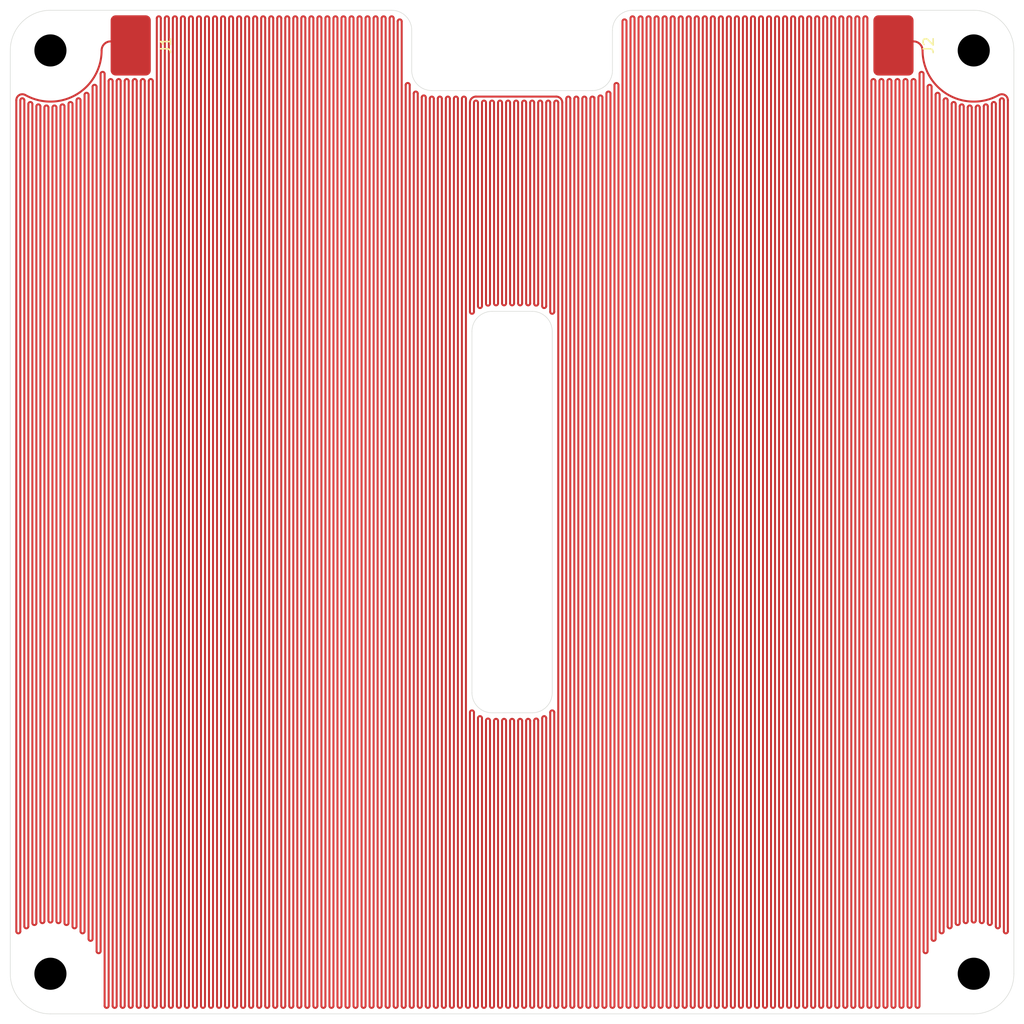
<source format=kicad_pcb>
(kicad_pcb (version 20241229) (generator "pcbnew") (generator_version "9.0")
  (layers (0 "F.Cu" signal) (2 "B.Cu" signal) (13 "F.Paste" user) (15 "B.Paste" user) (5 "F.SilkS" user "F.Silkscreen") (7 "B.SilkS" user "B.Silkscreen") (1 "F.Mask" user) (3 "B.Mask" user) (25 "Edge.Cuts" user))
  (net 0 "")
  (net 1 "Net-(J1-Pin_1)")
  (footprint "blg:MountingHole_3.2mm_M3_NoPad_TopLarge" (layer "F.Cu") (at 151 59)
    (property "Reference" "REF**" (hide yes))
    (property "Value" "MountingHole_3.2mm_M3_NoPad_TopLarge" (hide yes))
  )
  (footprint "Hotplate:SMD_PowerConnection_4x6mm" (layer "F.Cu") (at 143 58.5 -90)
    (property "Reference" "J2")
    (property "Value" "Hotplate_Power_Connection" (hide yes))
  )
  (footprint "blg:MountingHole_3.2mm_M3_NoPad_TopLarge" (layer "F.Cu") (at 59 151)
    (property "Reference" "REF**" (hide yes))
    (property "Value" "MountingHole_3.2mm_M3_NoPad_TopLarge" (hide yes))
  )
  (footprint "blg:MountingHole_3.2mm_M3_NoPad_TopLarge" (layer "F.Cu") (at 151 151)
    (property "Reference" "REF**" (hide yes))
    (property "Value" "MountingHole_3.2mm_M3_NoPad_TopLarge" (hide yes))
  )
  (footprint "Hotplate:SMD_PowerConnection_4x6mm" (layer "F.Cu") (at 67 58.5 -90)
    (property "Reference" "J1")
    (property "Value" "Hotplate_Power_Connection" (hide yes))
  )
  (footprint "blg:MountingHole_3.2mm_M3_NoPad_TopLarge" (layer "F.Cu") (at 59 59)
    (property "Reference" "REF**" (hide yes))
    (property "Value" "MountingHole_3.2mm_M3_NoPad_TopLarge" (hide yes))
  )
  (gr_line (start 109 87) (end 109 123) (stroke (width 0.05)) (layer "Edge.Cuts"))
  (gr_arc (start 101 87) (mid 101.585786 85.585786) (end 103 85) (stroke (width 0.05)) (layer "Edge.Cuts"))
  (gr_arc (start 55 59) (mid 56.171573 56.171573) (end 59 55) (stroke (width 0.05)) (layer "Edge.Cuts"))
  (gr_arc (start 115 61) (mid 114.414214 62.414214) (end 113 63) (stroke (width 0.05)) (layer "Edge.Cuts"))
  (gr_arc (start 109 123) (mid 108.414214 124.414214) (end 107 125) (stroke (width 0.05)) (layer "Edge.Cuts"))
  (gr_line (start 155 59) (end 155 151) (stroke (width 0.05)) (layer "Edge.Cuts"))
  (gr_arc (start 59 155) (mid 56.171573 153.828427) (end 55 151) (stroke (width 0.05)) (layer "Edge.Cuts"))
  (gr_arc (start 93 55) (mid 94.414214 55.585786) (end 95 57) (stroke (width 0.05)) (layer "Edge.Cuts"))
  (gr_arc (start 97 63) (mid 95.585786 62.414214) (end 95 61) (stroke (width 0.05)) (layer "Edge.Cuts"))
  (gr_line (start 59 155) (end 151 155) (stroke (width 0.05)) (layer "Edge.Cuts"))
  (gr_line (start 95 57) (end 95 61) (stroke (width 0.05)) (layer "Edge.Cuts"))
  (gr_arc (start 115 57) (mid 115.585786 55.585786) (end 117 55) (stroke (width 0.05)) (layer "Edge.Cuts"))
  (gr_line (start 55 59) (end 55 151) (stroke (width 0.05)) (layer "Edge.Cuts"))
  (gr_arc (start 155 151) (mid 153.828427 153.828427) (end 151 155) (stroke (width 0.05)) (layer "Edge.Cuts"))
  (gr_line (start 115 57) (end 115 61) (stroke (width 0.05)) (layer "Edge.Cuts"))
  (gr_arc (start 151 55) (mid 153.828427 56.171573) (end 155 59) (stroke (width 0.05)) (layer "Edge.Cuts"))
  (gr_arc (start 103 125) (mid 101.585786 124.414214) (end 101 123) (stroke (width 0.05)) (layer "Edge.Cuts"))
  (gr_line (start 59 55) (end 93 55) (stroke (width 0.05)) (layer "Edge.Cuts"))
  (gr_line (start 101 87) (end 101 123) (stroke (width 0.05)) (layer "Edge.Cuts"))
  (gr_line (start 117 55) (end 151 55) (stroke (width 0.05)) (layer "Edge.Cuts"))
  (gr_line (start 103 85) (end 107 85) (stroke (width 0.05)) (layer "Edge.Cuts"))
  (gr_arc (start 107 85) (mid 108.414214 85.585786) (end 109 87) (stroke (width 0.05)) (layer "Edge.Cuts"))
  (gr_line (start 103 125) (end 107 125) (stroke (width 0.05)) (layer "Edge.Cuts"))
  (gr_line (start 97 63) (end 113 63) (stroke (width 0.05)) (layer "Edge.Cuts"))
  (segment (start 148.8 146.274537) (end 148.8 64.337602) (width 0.2) (layer "F.Cu") (net 1))
  (segment (start 126 55.8) (end 126 154.2) (width 0.2) (layer "F.Cu") (net 1))
  (segment (start 145.6 154.2) (end 145.6 61.334524) (width 0.2) (layer "F.Cu") (net 1))
  (segment (start 118.4 154.2) (end 118.4 55.8) (width 0.2) (layer "F.Cu") (net 1))
  (segment (start 101.6 64.2) (end 101.6 84.470178) (width 0.2) (layer "F.Cu") (net 1))
  (segment (start 106.8 125.8) (end 106.8 154.2) (width 0.2) (layer "F.Cu") (net 1))
  (segment (start 121.2 55.8) (end 121.2 154.2) (width 0.2) (layer "F.Cu") (net 1))
  (segment (start 92.4 55.8) (end 92.4 154.2) (width 0.2) (layer "F.Cu") (net 1))
  (segment (start 142.8 62.05) (end 142.8 154.2) (width 0.2) (layer "F.Cu") (net 1))
  (segment (start 142 62.05) (end 142 154.2) (width 0.2) (layer "F.Cu") (net 1))
  (segment (start 106.4 64.2) (end 106.4 84.2) (width 0.2) (layer "F.Cu") (net 1))
  (segment (start 73.6 154.2) (end 73.6 55.8) (width 0.2) (layer "F.Cu") (net 1))
  (segment (start 150.4 145.760725) (end 150.4 64.685948) (width 0.2) (layer "F.Cu") (net 1))
  (segment (start 56 146.775074) (end 56 63.964877) (width 0.2) (layer "F.Cu") (net 1))
  (segment (start 111.2 154.2) (end 111.2 63.8) (width 0.2) (layer "F.Cu") (net 1))
  (segment (start 84.4 55.8) (end 84.4 154.2) (width 0.2) (layer "F.Cu") (net 1))
  (segment (start 90.8 55.8) (end 90.8 154.2) (width 0.2) (layer "F.Cu") (net 1))
  (segment (start 77.2 55.8) (end 77.2 154.2) (width 0.2) (layer "F.Cu") (net 1))
  (segment (start 104.8 154.2) (end 104.8 125.8) (width 0.2) (layer "F.Cu") (net 1))
  (segment (start 113.2 63.683282) (end 113.2 154.2) (width 0.2) (layer "F.Cu") (net 1))
  (segment (start 108.8 154.2) (end 108.8 124.959592) (width 0.2) (layer "F.Cu") (net 1))
  (segment (start 76.4 55.8) (end 76.4 154.2) (width 0.2) (layer "F.Cu") (net 1))
  (segment (start 111.6 63.8) (end 111.6 154.2) (width 0.2) (layer "F.Cu") (net 1))
  (segment (start 110 64.2) (end 110 154.2) (width 0.2) (layer "F.Cu") (net 1))
  (segment (start 153.6 146.274537) (end 153.6 63.964877) (width 0.2) (layer "F.Cu") (net 1))
  (segment (start 62 63.964877) (end 62 146.775074) (width 0.2) (layer "F.Cu") (net 1))
  (segment (start 68.4 62.05) (end 68.4 154.2) (width 0.2) (layer "F.Cu") (net 1))
  (segment (start 130.8 55.8) (end 130.8 154.2) (width 0.2) (layer "F.Cu") (net 1))
  (segment (start 123.6 55.8) (end 123.6 154.2) (width 0.2) (layer "F.Cu") (net 1))
  (segment (start 57.6 145.947278) (end 57.6 64.572253) (width 0.2) (layer "F.Cu") (net 1))
  (segment (start 72 154.2) (end 72 55.8) (width 0.2) (layer "F.Cu") (net 1))
  (segment (start 122.4 154.2) (end 122.4 55.8) (width 0.2) (layer "F.Cu") (net 1))
  (segment (start 74 55.8) (end 74 154.2) (width 0.2) (layer "F.Cu") (net 1))
  (segment (start 122.8 55.8) (end 122.8 154.2) (width 0.2) (layer "F.Cu") (net 1))
  (segment (start 140.4 55.8) (end 140.4 154.2) (width 0.2) (layer "F.Cu") (net 1))
  (segment (start 129.6 154.2) (end 129.6 55.8) (width 0.2) (layer "F.Cu") (net 1))
  (segment (start 87.6 55.8) (end 87.6 154.2) (width 0.2) (layer "F.Cu") (net 1))
  (segment (start 134.8 55.8) (end 134.8 154.2) (width 0.2) (layer "F.Cu") (net 1))
  (segment (start 146.8 62.623534) (end 146.8 147.522932) (width 0.2) (layer "F.Cu") (net 1))
  (segment (start 61.2 64.337602) (end 61.2 146.274537) (width 0.2) (layer "F.Cu") (net 1))
  (segment (start 99.6 63.8) (end 99.6 154.2) (width 0.2) (layer "F.Cu") (net 1))
  (segment (start 103.6 64.2) (end 103.6 84.2) (width 0.2) (layer "F.Cu") (net 1))
  (segment (start 66.8 62.05) (end 66.8 154.2) (width 0.2) (layer "F.Cu") (net 1))
  (segment (start 138 55.8) (end 138 154.2) (width 0.2) (layer "F.Cu") (net 1))
  (segment (start 86.8 55.8) (end 86.8 154.2) (width 0.2) (layer "F.Cu") (net 1))
  (segment (start 140 154.2) (end 140 55.8) (width 0.2) (layer "F.Cu") (net 1))
  (segment (start 126.4 154.2) (end 126.4 55.8) (width 0.2) (layer "F.Cu") (net 1))
  (segment (start 117.2 55.8) (end 117.2 154.2) (width 0.2) (layer "F.Cu") (net 1))
  (segment (start 58 64.572253) (end 58 145.760725) (width 0.2) (layer "F.Cu") (net 1))
  (segment (start 67.6 62.05) (end 67.6 154.2) (width 0.2) (layer "F.Cu") (net 1))
  (segment (start 109.6 154.2) (end 109.6 64.2) (width 0.2) (layer "F.Cu") (net 1))
  (segment (start 102.4 154.2) (end 102.4 125.771281) (width 0.2) (layer "F.Cu") (net 1))
  (segment (start 128.4 55.8) (end 128.4 154.2) (width 0.2) (layer "F.Cu") (net 1))
  (segment (start 135.6 55.8) (end 135.6 154.2) (width 0.2) (layer "F.Cu") (net 1))
  (segment (start 60 145.760725) (end 60 64.572253) (width 0.2) (layer "F.Cu") (net 1))
  (segment (start 119.2 154.2) (end 119.2 55.8) (width 0.2) (layer "F.Cu") (net 1))
  (segment (start 104 154.2) (end 104 125.8) (width 0.2) (layer "F.Cu") (net 1))
  (segment (start 77.6 154.2) (end 77.6 55.8) (width 0.2) (layer "F.Cu") (net 1))
  (segment (start 64.4 61.334524) (end 64.4 154.2) (width 0.2) (layer "F.Cu") (net 1))
  (segment (start 63.2 147.522932) (end 63.2 62.623534) (width 0.2) (layer "F.Cu") (net 1))
  (segment (start 93.6 154.2) (end 93.6 56.105573) (width 0.2) (layer "F.Cu") (net 1))
  (segment (start 65.6 154.2) (end 65.6 62.05) (width 0.2) (layer "F.Cu") (net 1))
  (segment (start 149.2 64.337602) (end 149.2 145.947278) (width 0.2) (layer "F.Cu") (net 1))
  (segment (start 89.2 55.8) (end 89.2 154.2) (width 0.2) (layer "F.Cu") (net 1))
  (segment (start 62.8 63.419276) (end 62.8 147.522932) (width 0.2) (layer "F.Cu") (net 1))
  (segment (start 103.2 154.2) (end 103.2 125.8) (width 0.2) (layer "F.Cu") (net 1))
  (segment (start 153.2 64.337602) (end 153.2 146.274537) (width 0.2) (layer "F.Cu") (net 1))
  (segment (start 146 61.334524) (end 146 148.75278) (width 0.2) (layer "F.Cu") (net 1))
  (segment (start 101.2 64.2) (end 101.2 85.040408) (width 0.2) (layer "F.Cu") (net 1))
  (segment (start 134 55.8) (end 134 154.2) (width 0.2) (layer "F.Cu") (net 1))
  (segment (start 144.4 62.05) (end 144.4 154.2) (width 0.2) (layer "F.Cu") (net 1))
  (segment (start 124 154.2) (end 124 55.8) (width 0.2) (layer "F.Cu") (net 1))
  (segment (start 59.2 145.7) (end 59.2 64.685948) (width 0.2) (layer "F.Cu") (net 1))
  (segment (start 149.6 145.947278) (end 149.6 64.572253) (width 0.2) (layer "F.Cu") (net 1))
  (segment (start 102.4 64.2) (end 102.4 84.228719) (width 0.2) (layer "F.Cu") (net 1))
  (segment (start 66.4 154.2) (end 66.4 62.05) (width 0.2) (layer "F.Cu") (net 1))
  (segment (start 141.2 62.05) (end 141.2 154.2) (width 0.2) (layer "F.Cu") (net 1))
  (segment (start 102.8 64.2) (end 102.8 84.228719) (width 0.2) (layer "F.Cu") (net 1))
  (segment (start 82 55.8) (end 82 154.2) (width 0.2) (layer "F.Cu") (net 1))
  (segment (start 132.8 154.2) (end 132.8 55.8) (width 0.2) (layer "F.Cu") (net 1))
  (segment (start 112 154.2) (end 112 63.8) (width 0.2) (layer "F.Cu") (net 1))
  (segment (start 131.6 55.8) (end 131.6 154.2) (width 0.2) (layer "F.Cu") (net 1))
  (segment (start 154 63.964877) (end 154 146.775074) (width 0.2) (layer "F.Cu") (net 1))
  (segment (start 106.4 154.2) (end 106.4 125.8) (width 0.2) (layer "F.Cu") (net 1))
  (segment (start 88.8 154.2) (end 88.8 55.8) (width 0.2) (layer "F.Cu") (net 1))
  (segment (start 121.6 154.2) (end 121.6 55.8) (width 0.2) (layer "F.Cu") (net 1))
  (segment (start 60.8 145.947278) (end 60.8 64.337602) (width 0.2) (layer "F.Cu") (net 1))
  (segment (start 104.8 64.2) (end 104.8 84.2) (width 0.2) (layer "F.Cu") (net 1))
  (segment (start 90.4 154.2) (end 90.4 55.8) (width 0.2) (layer "F.Cu") (net 1))
  (segment (start 108.4 125.529822) (end 108.4 154.2) (width 0.2) (layer "F.Cu") (net 1))
  (segment (start 105.6 64.2) (end 105.6 84.2) (width 0.2) (layer "F.Cu") (net 1))
  (segment (start 147.2 147.522932) (end 147.2 63.419276) (width 0.2) (layer "F.Cu") (net 1))
  (segment (start 97.2 63.8) (end 97.2 154.2) (width 0.2) (layer "F.Cu") (net 1))
  (segment (start 136.8 154.2) (end 136.8 55.8) (width 0.2) (layer "F.Cu") (net 1))
  (segment (start 92 154.2) (end 92 55.8) (width 0.2) (layer "F.Cu") (net 1))
  (segment (start 146.4 148.75278) (end 146.4 62.623534) (width 0.2) (layer "F.Cu") (net 1))
  (segment (start 114.4 154.2) (end 114.4 63.297825) (width 0.2) (layer "F.Cu") (net 1))
  (segment (start 119.6 55.8) (end 119.6 154.2) (width 0.2) (layer "F.Cu") (net 1))
  (segment (start 88.4 55.8) (end 88.4 154.2) (width 0.2) (layer "F.Cu") (net 1))
  (segment (start 62.4 146.775074) (end 62.4 63.419276) (width 0.2) (layer "F.Cu") (net 1))
  (segment (start 89.6 154.2) (end 89.6 55.8) (width 0.2) (layer "F.Cu") (net 1))
  (segment (start 84 154.2) (end 84 55.8) (width 0.2) (layer "F.Cu") (net 1))
  (segment (start 118.8 55.8) (end 118.8 154.2) (width 0.2) (layer "F.Cu") (net 1))
  (segment (start 114.8 63.297825) (end 114.8 154.2) (width 0.2) (layer "F.Cu") (net 1))
  (segment (start 91.6 55.8) (end 91.6 154.2) (width 0.2) (layer "F.Cu") (net 1))
  (segment (start 81.2 55.8) (end 81.2 154.2) (width 0.2) (layer "F.Cu") (net 1))
  (segment (start 76.8 154.2) (end 76.8 55.8) (width 0.2) (layer "F.Cu") (net 1))
  (segment (start 148.4 63.964877) (end 148.4 146.274537) (width 0.2) (layer "F.Cu") (net 1))
  (segment (start 116 154.2) (end 116 56.105573) (width 0.2) (layer "F.Cu") (net 1))
  (segment (start 138.8 55.8) (end 138.8 154.2) (width 0.2) (layer "F.Cu") (net 1))
  (segment (start 83.6 55.8) (end 83.6 154.2) (width 0.2) (layer "F.Cu") (net 1))
  (segment (start 96.4 63.683282) (end 96.4 154.2) (width 0.2) (layer "F.Cu") (net 1))
  (segment (start 112.8 154.2) (end 112.8 63.8) (width 0.2) (layer "F.Cu") (net 1))
  (segment (start 120.8 154.2) (end 120.8 55.8) (width 0.2) (layer "F.Cu") (net 1))
  (segment (start 115.2 154.2) (end 115.2 62.442221) (width 0.2) (layer "F.Cu") (net 1))
  (segment (start 142.4 154.2) (end 142.4 62.05) (width 0.2) (layer "F.Cu") (net 1))
  (segment (start 152 145.760725) (end 152 64.572253) (width 0.2) (layer "F.Cu") (net 1))
  (segment (start 133.2 55.8) (end 133.2 154.2) (width 0.2) (layer "F.Cu") (net 1))
  (segment (start 136 154.2) (end 136 55.8) (width 0.2) (layer "F.Cu") (net 1))
  (segment (start 117.6 154.2) (end 117.6 55.8) (width 0.2) (layer "F.Cu") (net 1))
  (segment (start 104.4 125.8) (end 104.4 154.2) (width 0.2) (layer "F.Cu") (net 1))
  (segment (start 66 62.05) (end 66 154.2) (width 0.2) (layer "F.Cu") (net 1))
  (segment (start 92.8 154.2) (end 92.8 55.8) (width 0.2) (layer "F.Cu") (net 1))
  (segment (start 108 154.2) (end 108 125.529822) (width 0.2) (layer "F.Cu") (net 1))
  (segment (start 140.8 154.2) (end 140.8 62.05) (width 0.2) (layer "F.Cu") (net 1))
  (segment (start 78.8 55.8) (end 78.8 154.2) (width 0.2) (layer "F.Cu") (net 1))
  (segment (start 114 63.683282) (end 114 154.2) (width 0.2) (layer "F.Cu") (net 1))
  (segment (start 128.8 154.2) (end 128.8 55.8) (width 0.2) (layer "F.Cu") (net 1))
  (segment (start 104.4 64.2) (end 104.4 84.2) (width 0.2) (layer "F.Cu") (net 1))
  (segment (start 124.4 55.8) (end 124.4 154.2) (width 0.2) (layer "F.Cu") (net 1))
  (segment (start 120 154.2) (end 120 55.8) (width 0.2) (layer "F.Cu") (net 1))
  (segment (start 88 154.2) (end 88 55.8) (width 0.2) (layer "F.Cu") (net 1))
  (segment (start 109.2 124.959592) (end 109.2 154.2) (width 0.2) (layer "F.Cu") (net 1))
  (segment (start 85.2 55.8) (end 85.2 154.2) (width 0.2) (layer "F.Cu") (net 1))
  (segment (start 120.4 55.8) (end 120.4 154.2) (width 0.2) (layer "F.Cu") (net 1))
  (segment (start 137.6 154.2) (end 137.6 55.8) (width 0.2) (layer "F.Cu") (net 1))
  (segment (start 102.8 125.771281) (end 102.8 154.2) (width 0.2) (layer "F.Cu") (net 1))
  (segment (start 58.8 64.685948) (end 58.8 145.7) (width 0.2) (layer "F.Cu") (net 1))
  (segment (start 110.8 63.8) (end 110.8 154.2) (width 0.2) (layer "F.Cu") (net 1))
  (segment (start 98 63.8) (end 98 154.2) (width 0.2) (layer "F.Cu") (net 1))
  (segment (start 100.8 154.2) (end 100.8 124.959592) (width 0.2) (layer "F.Cu") (net 1))
  (segment (start 101.2 124.959592) (end 101.2 154.2) (width 0.2) (layer "F.Cu") (net 1))
  (segment (start 148 146.775074) (end 148 63.964877) (width 0.2) (layer "F.Cu") (net 1))
  (segment (start 85.6 154.2) (end 85.6 55.8) (width 0.2) (layer "F.Cu") (net 1))
  (segment (start 75.6 55.8) (end 75.6 154.2) (width 0.2) (layer "F.Cu") (net 1))
  (segment (start 108 64.2) (end 108 84.470178) (width 0.2) (layer "F.Cu") (net 1))
  (segment (start 79.2 154.2) (end 79.2 55.8) (width 0.2) (layer "F.Cu") (net 1))
  (segment (start 64 148.75278) (end 64 61.334524) (width 0.2) (layer "F.Cu") (net 1))
  (segment (start 82.4 154.2) (end 82.4 55.8) (width 0.2) (layer "F.Cu") (net 1))
  (segment (start 122 55.8) (end 122 154.2) (width 0.2) (layer "F.Cu") (net 1))
  (segment (start 134.4 154.2) (end 134.4 55.8) (width 0.2) (layer "F.Cu") (net 1))
  (segment (start 100.4 63.8) (end 100.4 154.2) (width 0.2) (layer "F.Cu") (net 1))
  (segment (start 71.6 55.8) (end 71.6 154.2) (width 0.2) (layer "F.Cu") (net 1))
  (segment (start 103.6 125.8) (end 103.6 154.2) (width 0.2) (layer "F.Cu") (net 1))
  (segment (start 59.6 64.685948) (end 59.6 145.760725) (width 0.2) (layer "F.Cu") (net 1))
  (segment (start 139.2 154.2) (end 139.2 55.8) (width 0.2) (layer "F.Cu") (net 1))
  (segment (start 69.2 62.05) (end 69.2 154.2) (width 0.2) (layer "F.Cu") (net 1))
  (segment (start 150.8 64.685948) (end 150.8 145.7) (width 0.2) (layer "F.Cu") (net 1))
  (segment (start 98.8 63.8) (end 98.8 154.2) (width 0.2) (layer "F.Cu") (net 1))
  (segment (start 95.2 154.2) (end 95.2 63.297825) (width 0.2) (layer "F.Cu") (net 1))
  (segment (start 143.6 62.05) (end 143.6 154.2) (width 0.2) (layer "F.Cu") (net 1))
  (segment (start 106 64.2) (end 106 84.2) (width 0.2) (layer "F.Cu") (net 1))
  (segment (start 130.4 154.2) (end 130.4 55.8) (width 0.2) (layer "F.Cu") (net 1))
  (segment (start 68.8 154.2) (end 68.8 62.05) (width 0.2) (layer "F.Cu") (net 1))
  (segment (start 100 154.2) (end 100 63.8) (width 0.2) (layer "F.Cu") (net 1))
  (segment (start 87.2 154.2) (end 87.2 55.8) (width 0.2) (layer "F.Cu") (net 1))
  (segment (start 80 154.2) (end 80 55.8) (width 0.2) (layer "F.Cu") (net 1))
  (segment (start 104 64.2) (end 104 84.2) (width 0.2) (layer "F.Cu") (net 1))
  (segment (start 125.6 154.2) (end 125.6 55.8) (width 0.2) (layer "F.Cu") (net 1))
  (segment (start 128 154.2) (end 128 55.8) (width 0.2) (layer "F.Cu") (net 1))
  (segment (start 78.4 154.2) (end 78.4 55.8) (width 0.2) (layer "F.Cu") (net 1))
  (segment (start 152.8 145.947278) (end 152.8 64.337602) (width 0.2) (layer "F.Cu") (net 1))
  (segment (start 127.6 55.8) (end 127.6 154.2) (width 0.2) (layer "F.Cu") (net 1))
  (segment (start 107.2 154.2) (end 107.2 125.771281) (width 0.2) (layer "F.Cu") (net 1))
  (segment (start 72.8 154.2) (end 72.8 55.8) (width 0.2) (layer "F.Cu") (net 1))
  (segment (start 56.8 146.274537) (end 56.8 64.337602) (width 0.2) (layer "F.Cu") (net 1))
  (segment (start 133.6 154.2) (end 133.6 55.8) (width 0.2) (layer "F.Cu") (net 1))
  (segment (start 100.8 64.2) (end 100.8 85.040408) (width 0.2) (layer "F.Cu") (net 1))
  (segment (start 80.4 55.8) (end 80.4 154.2) (width 0.2) (layer "F.Cu") (net 1))
  (segment (start 70.4 154.2) (end 70.4 55.8) (width 0.2) (layer "F.Cu") (net 1))
  (segment (start 107.6 64.2) (end 107.6 84.228719) (width 0.2) (layer "F.Cu") (net 1))
  (segment (start 57.2 64.337602) (end 57.2 145.947278) (width 0.2) (layer "F.Cu") (net 1))
  (segment (start 93.2 55.8) (end 93.2 154.2) (width 0.2) (layer "F.Cu") (net 1))
  (segment (start 72.4 55.8) (end 72.4 154.2) (width 0.2) (layer "F.Cu") (net 1))
  (segment (start 147.6 63.419276) (end 147.6 146.775074) (width 0.2) (layer "F.Cu") (net 1))
  (segment (start 135.2 154.2) (end 135.2 55.8) (width 0.2) (layer "F.Cu") (net 1))
  (segment (start 108.8 64.2) (end 108.8 85.040408) (width 0.2) (layer "F.Cu") (net 1))
  (segment (start 123.2 154.2) (end 123.2 55.8) (width 0.2) (layer "F.Cu") (net 1))
  (segment (start 103.2 64.2) (end 103.2 84.2) (width 0.2) (layer "F.Cu") (net 1))
  (segment (start 125.2 55.8) (end 125.2 154.2) (width 0.2) (layer "F.Cu") (net 1))
  (segment (start 108.4 64.2) (end 108.4 84.470178) (width 0.2) (layer "F.Cu") (net 1))
  (segment (start 94.8 62.442221) (end 94.8 154.2) (width 0.2) (layer "F.Cu") (net 1))
  (segment (start 98.4 154.2) (end 98.4 63.8) (width 0.2) (layer "F.Cu") (net 1))
  (segment (start 105.6 154.2) (end 105.6 125.8) (width 0.2) (layer "F.Cu") (net 1))
  (segment (start 70 55.8) (end 70 154.2) (width 0.2) (layer "F.Cu") (net 1))
  (segment (start 124.8 154.2) (end 124.8 55.8) (width 0.2) (layer "F.Cu") (net 1))
  (segment (start 75.2 154.2) (end 75.2 55.8) (width 0.2) (layer "F.Cu") (net 1))
  (segment (start 102 125.529822) (end 102 154.2) (width 0.2) (layer "F.Cu") (net 1))
  (segment (start 127.2 154.2) (end 127.2 55.8) (width 0.2) (layer "F.Cu") (net 1))
  (segment (start 144.8 154.2) (end 144.8 62.05) (width 0.2) (layer "F.Cu") (net 1))
  (segment (start 130 55.8) (end 130 154.2) (width 0.2) (layer "F.Cu") (net 1))
  (segment (start 107.6 125.771281) (end 107.6 154.2) (width 0.2) (layer "F.Cu") (net 1))
  (segment (start 68 154.2) (end 68 62.05) (width 0.2) (layer "F.Cu") (net 1))
  (segment (start 86 55.8) (end 86 154.2) (width 0.2) (layer "F.Cu") (net 1))
  (segment (start 76 154.2) (end 76 55.8) (width 0.2) (layer "F.Cu") (net 1))
  (segment (start 141.6 154.2) (end 141.6 62.05) (width 0.2) (layer "F.Cu") (net 1))
  (segment (start 60.4 64.572253) (end 60.4 145.947278) (width 0.2) (layer "F.Cu") (net 1))
  (segment (start 56.4 63.964877) (end 56.4 146.274537) (width 0.2) (layer "F.Cu") (net 1))
  (segment (start 139.6 55.8) (end 139.6 154.2) (width 0.2) (layer "F.Cu") (net 1))
  (segment (start 81.6 154.2) (end 81.6 55.8) (width 0.2) (layer "F.Cu") (net 1))
  (segment (start 61.6 146.274537) (end 61.6 63.964877) (width 0.2) (layer "F.Cu") (net 1))
  (segment (start 144 154.2) (end 144 62.05) (width 0.2) (layer "F.Cu") (net 1))
  (segment (start 64.8 154.2) (end 64.8 62.05) (width 0.2) (layer "F.Cu") (net 1))
  (segment (start 86.4 154.2) (end 86.4 55.8) (width 0.2) (layer "F.Cu") (net 1))
  (segment (start 113.6 154.2) (end 113.6 63.683282) (width 0.2) (layer "F.Cu") (net 1))
  (segment (start 138.4 154.2) (end 138.4 55.8) (width 0.2) (layer "F.Cu") (net 1))
  (segment (start 143.2 154.2) (end 143.2 62.05) (width 0.2) (layer "F.Cu") (net 1))
  (segment (start 79.6 55.8) (end 79.6 154.2) (width 0.2) (layer "F.Cu") (net 1))
  (segment (start 70.8 55.8) (end 70.8 154.2) (width 0.2) (layer "F.Cu") (net 1))
  (segment (start 116.4 56.105573) (end 116.4 154.2) (width 0.2) (layer "F.Cu") (net 1))
  (segment (start 65.2 62.05) (end 65.2 154.2) (width 0.2) (layer "F.Cu") (net 1))
  (segment (start 105.2 125.8) (end 105.2 154.2) (width 0.2) (layer "F.Cu") (net 1))
  (segment (start 67.2 154.2) (end 67.2 62.05) (width 0.2) (layer "F.Cu") (net 1))
  (segment (start 91.2 154.2) (end 91.2 55.8) (width 0.2) (layer "F.Cu") (net 1))
  (segment (start 95.6 63.297825) (end 95.6 154.2) (width 0.2) (layer "F.Cu") (net 1))
  (segment (start 55.6 63.964877) (end 55.6 146.775074) (width 0.2) (layer "F.Cu") (net 1))
  (segment (start 74.8 55.8) (end 74.8 154.2) (width 0.2) (layer "F.Cu") (net 1))
  (segment (start 58.4 145.760725) (end 58.4 64.685948) (width 0.2) (layer "F.Cu") (net 1))
  (segment (start 126.8 55.8) (end 126.8 154.2) (width 0.2) (layer "F.Cu") (net 1))
  (segment (start 105.2 64.2) (end 105.2 84.2) (width 0.2) (layer "F.Cu") (net 1))
  (segment (start 82.8 55.8) (end 82.8 154.2) (width 0.2) (layer "F.Cu") (net 1))
  (segment (start 145.2 62.05) (end 145.2 154.2) (width 0.2) (layer "F.Cu") (net 1))
  (segment (start 152.4 64.572253) (end 152.4 145.947278) (width 0.2) (layer "F.Cu") (net 1))
  (segment (start 151.2 145.7) (end 151.2 64.685948) (width 0.2) (layer "F.Cu") (net 1))
  (segment (start 150 64.572253) (end 150 145.760725) (width 0.2) (layer "F.Cu") (net 1))
  (segment (start 94.4 154.2) (end 94.4 62.442221) (width 0.2) (layer "F.Cu") (net 1))
  (segment (start 137.2 55.8) (end 137.2 154.2) (width 0.2) (layer "F.Cu") (net 1))
  (segment (start 90 55.8) (end 90 154.2) (width 0.2) (layer "F.Cu") (net 1))
  (segment (start 106.8 64.2) (end 106.8 84.2) (width 0.2) (layer "F.Cu") (net 1))
  (segment (start 74.4 154.2) (end 74.4 55.8) (width 0.2) (layer "F.Cu") (net 1))
  (segment (start 80.8 154.2) (end 80.8 55.8) (width 0.2) (layer "F.Cu") (net 1))
  (segment (start 110.4 154.2) (end 110.4 63.8) (width 0.2) (layer "F.Cu") (net 1))
  (segment (start 69.6 154.2) (end 69.6 55.8) (width 0.2) (layer "F.Cu") (net 1))
  (segment (start 73.2 55.8) (end 73.2 154.2) (width 0.2) (layer "F.Cu") (net 1))
  (segment (start 84.8 154.2) (end 84.8 55.8) (width 0.2) (layer "F.Cu") (net 1))
  (segment (start 132.4 55.8) (end 132.4 154.2) (width 0.2) (layer "F.Cu") (net 1))
  (segment (start 94 56.105573) (end 94 154.2) (width 0.2) (layer "F.Cu") (net 1))
  (segment (start 132 154.2) (end 132 55.8) (width 0.2) (layer "F.Cu") (net 1))
  (segment (start 112.4 63.8) (end 112.4 154.2) (width 0.2) (layer "F.Cu") (net 1))
  (segment (start 115.6 62.442221) (end 115.6 154.2) (width 0.2) (layer "F.Cu") (net 1))
  (segment (start 106 125.8) (end 106 154.2) (width 0.2) (layer "F.Cu") (net 1))
  (segment (start 96 154.2) (end 96 63.683282) (width 0.2) (layer "F.Cu") (net 1))
  (segment (start 107.2 64.2) (end 107.2 84.228719) (width 0.2) (layer "F.Cu") (net 1))
  (segment (start 136.4 55.8) (end 136.4 154.2) (width 0.2) (layer "F.Cu") (net 1))
  (segment (start 129.2 55.8) (end 129.2 154.2) (width 0.2) (layer "F.Cu") (net 1))
  (segment (start 97.6 154.2) (end 97.6 63.8) (width 0.2) (layer "F.Cu") (net 1))
  (segment (start 99.2 154.2) (end 99.2 63.8) (width 0.2) (layer "F.Cu") (net 1))
  (segment (start 102 64.2) (end 102 84.470178) (width 0.2) (layer "F.Cu") (net 1))
  (segment (start 118 55.8) (end 118 154.2) (width 0.2) (layer "F.Cu") (net 1))
  (segment (start 78 55.8) (end 78 154.2) (width 0.2) (layer "F.Cu") (net 1))
  (segment (start 154.4 146.775074) (end 154.4 63.964877) (width 0.2) (layer "F.Cu") (net 1))
  (segment (start 63.6 62.623534) (end 63.6 148.75278) (width 0.2) (layer "F.Cu") (net 1))
  (segment (start 131.2 154.2) (end 131.2 55.8) (width 0.2) (layer "F.Cu") (net 1))
  (segment (start 71.2 154.2) (end 71.2 55.8) (width 0.2) (layer "F.Cu") (net 1))
  (segment (start 101.4 63.6) (end 109.4 63.6) (width 0.2) (layer "F.Cu") (net 1))
  (segment (start 96.8 154.2) (end 96.8 63.8) (width 0.2) (layer "F.Cu") (net 1))
  (segment (start 116.8 154.2) (end 116.8 55.8) (width 0.2) (layer "F.Cu") (net 1))
  (segment (start 109.2 64.2) (end 109.2 85.040408) (width 0.2) (layer "F.Cu") (net 1))
  (segment (start 151.6 64.685948) (end 151.6 145.760725) (width 0.2) (layer "F.Cu") (net 1))
  (segment (start 83.2 154.2) (end 83.2 55.8) (width 0.2) (layer "F.Cu") (net 1))
  (segment (start 101.6 154.2) (end 101.6 125.529822) (width 0.2) (layer "F.Cu") (net 1))
  (arc (start 91.6 154.2) (mid 91.8 154.4) (end 92 154.2) (width 0.2) (layer "F.Cu") (net 1))
  (arc (start 114.4 63.297825) (mid 114.6 63.097825) (end 114.8 63.297825) (width 0.2) (layer "F.Cu") (net 1))
  (arc (start 90.4 55.8) (mid 90.6 55.6) (end 90.8 55.8) (width 0.2) (layer "F.Cu") (net 1))
  (arc (start 149.2 145.947278) (mid 149.4 146.147278) (end 149.6 145.947278) (width 0.2) (layer "F.Cu") (net 1))
  (arc (start 146.4 62.623534) (mid 146.6 62.423534) (end 146.8 62.623534) (width 0.2) (layer "F.Cu") (net 1))
  (arc (start 140.4 154.2) (mid 140.6 154.4) (end 140.8 154.2) (width 0.2) (layer "F.Cu") (net 1))
  (arc (start 112.4 154.2) (mid 112.6 154.4) (end 112.8 154.2) (width 0.2) (layer "F.Cu") (net 1))
  (arc (start 85.2 154.2) (mid 85.4 154.4) (end 85.6 154.2) (width 0.2) (layer "F.Cu") (net 1))
  (arc (start 69.2 154.2) (mid 69.4 154.4) (end 69.6 154.2) (width 0.2) (layer "F.Cu") (net 1))
  (arc (start 64.4 154.2) (mid 64.6 154.4) (end 64.8 154.2) (width 0.2) (layer "F.Cu") (net 1))
  (arc (start 73.2 154.2) (mid 73.4 154.4) (end 73.6 154.2) (width 0.2) (layer "F.Cu") (net 1))
  (arc (start 111.6 154.2) (mid 111.8 154.4) (end 112 154.2) (width 0.2) (layer "F.Cu") (net 1))
  (arc (start 104.4 84.2) (mid 104.2 84.4) (end 104 84.2) (width 0.2) (layer "F.Cu") (net 1))
  (arc (start 128 55.8) (mid 128.2 55.6) (end 128.4 55.8) (width 0.2) (layer "F.Cu") (net 1))
  (arc (start 103.6 84.2) (mid 103.4 84.4) (end 103.2 84.2) (width 0.2) (layer "F.Cu") (net 1))
  (arc (start 137.6 55.8) (mid 137.8 55.6) (end 138 55.8) (width 0.2) (layer "F.Cu") (net 1))
  (arc (start 124 55.8) (mid 124.2 55.6) (end 124.4 55.8) (width 0.2) (layer "F.Cu") (net 1))
  (arc (start 120.8 55.8) (mid 121 55.6) (end 121.2 55.8) (width 0.2) (layer "F.Cu") (net 1))
  (arc (start 100.4 154.2) (mid 100.6 154.4) (end 100.8 154.2) (width 0.2) (layer "F.Cu") (net 1))
  (arc (start 82.4 55.8) (mid 82.6 55.6) (end 82.8 55.8) (width 0.2) (layer "F.Cu") (net 1))
  (arc (start 107.2 125.771281) (mid 107.4 125.571281) (end 107.6 125.771281) (width 0.2) (layer "F.Cu") (net 1))
  (arc (start 105.2 84.2) (mid 105 84.4) (end 104.8 84.2) (width 0.2) (layer "F.Cu") (net 1))
  (arc (start 98.4 63.8) (mid 98.6 63.6) (end 98.8 63.8) (width 0.2) (layer "F.Cu") (net 1))
  (arc (start 134 154.2) (mid 134.2 154.4) (end 134.4 154.2) (width 0.2) (layer "F.Cu") (net 1))
  (arc (start 150.8 145.7) (mid 151 145.9) (end 151.2 145.7) (width 0.2) (layer "F.Cu") (net 1))
  (arc (start 122.4 55.8) (mid 122.6 55.6) (end 122.8 55.8) (width 0.2) (layer "F.Cu") (net 1))
  (arc (start 82.8 154.2) (mid 83 154.4) (end 83.2 154.2) (width 0.2) (layer "F.Cu") (net 1))
  (arc (start 118.4 55.8) (mid 118.6 55.6) (end 118.8 55.8) (width 0.2) (layer "F.Cu") (net 1))
  (arc (start 121.2 154.2) (mid 121.4 154.4) (end 121.6 154.2) (width 0.2) (layer "F.Cu") (net 1))
  (arc (start 101.6 64.2) (mid 101.4 64) (end 101.2 64.2) (width 0.2) (layer "F.Cu") (net 1))
  (arc (start 81.2 154.2) (mid 81.4 154.4) (end 81.6 154.2) (width 0.2) (layer "F.Cu") (net 1))
  (arc (start 154 146.775074) (mid 154.2 146.975074) (end 154.4 146.775074) (width 0.2) (layer "F.Cu") (net 1))
  (arc (start 94 154.2) (mid 94.2 154.4) (end 94.4 154.2) (width 0.2) (layer "F.Cu") (net 1))
  (arc (start 126.8 154.2) (mid 127 154.4) (end 127.2 154.2) (width 0.2) (layer "F.Cu") (net 1))
  (arc (start 131.6 154.2) (mid 131.8 154.4) (end 132 154.2) (width 0.2) (layer "F.Cu") (net 1))
  (arc (start 109.2 154.2) (mid 109.4 154.4) (end 109.6 154.2) (width 0.2) (layer "F.Cu") (net 1))
  (arc (start 59.6 145.760725) (mid 59.8 145.960725) (end 60 145.760725) (width 0.2) (layer "F.Cu") (net 1))
  (arc (start 101.2 85.040408) (mid 101 85.240408) (end 100.8 85.040408) (width 0.2) (layer "F.Cu") (net 1))
  (arc (start 76.8 55.8) (mid 77 55.6) (end 77.2 55.8) (width 0.2) (layer "F.Cu") (net 1))
  (arc (start 69.6 55.8) (mid 69.8 55.6) (end 70 55.8) (width 0.2) (layer "F.Cu") (net 1))
  (arc (start 146.8 147.522932) (mid 147 147.722932) (end 147.2 147.522932) (width 0.2) (layer "F.Cu") (net 1))
  (arc (start 130 154.2) (mid 130.2 154.4) (end 130.4 154.2) (width 0.2) (layer "F.Cu") (net 1))
  (arc (start 80.4 154.2) (mid 80.6 154.4) (end 80.8 154.2) (width 0.2) (layer "F.Cu") (net 1))
  (arc (start 87.6 154.2) (mid 87.8 154.4) (end 88 154.2) (width 0.2) (layer "F.Cu") (net 1))
  (arc (start 84 55.8) (mid 84.2 55.6) (end 84.4 55.8) (width 0.2) (layer "F.Cu") (net 1))
  (arc (start 60 64.572253) (mid 60.2 64.372253) (end 60.4 64.572253) (width 0.2) (layer "F.Cu") (net 1))
  (arc (start 65.2 154.2) (mid 65.4 154.4) (end 65.6 154.2) (width 0.2) (layer "F.Cu") (net 1))
  (arc (start 100 63.8) (mid 100.2 63.6) (end 100.4 63.8) (width 0.2) (layer "F.Cu") (net 1))
  (arc (start 104 125.8) (mid 104.2 125.6) (end 104.4 125.8) (width 0.2) (layer "F.Cu") (net 1))
  (arc (start 145.9 59) (mid 151 64.1) (end 153.505263 63.442258) (width 0.2) (layer "F.Cu") (net 1))
  (arc (start 58 145.760725) (mid 58.2 145.960725) (end 58.4 145.760725) (width 0.2) (layer "F.Cu") (net 1))
  (arc (start 102 84.470178) (mid 101.8 84.670178) (end 101.6 84.470178) (width 0.2) (layer "F.Cu") (net 1))
  (arc (start 104.4 154.2) (mid 104.6 154.4) (end 104.8 154.2) (width 0.2) (layer "F.Cu") (net 1))
  (arc (start 56.4 146.274537) (mid 56.6 146.474537) (end 56.8 146.274537) (width 0.2) (layer "F.Cu") (net 1))
  (arc (start 116.4 154.2) (mid 116.6 154.4) (end 116.8 154.2) (width 0.2) (layer "F.Cu") (net 1))
  (arc (start 108.8 64.2) (mid 108.6 64) (end 108.4 64.2) (width 0.2) (layer "F.Cu") (net 1))
  (arc (start 71.6 154.2) (mid 71.8 154.4) (end 72 154.2) (width 0.2) (layer "F.Cu") (net 1))
  (arc (start 57.2 145.947278) (mid 57.4 146.147278) (end 57.6 145.947278) (width 0.2) (layer "F.Cu") (net 1))
  (arc (start 139.6 154.2) (mid 139.8 154.4) (end 140 154.2) (width 0.2) (layer "F.Cu") (net 1))
  (arc (start 152.8 64.337602) (mid 153 64.137602) (end 153.2 64.337602) (width 0.2) (layer "F.Cu") (net 1))
  (arc (start 152 64.572253) (mid 152.2 64.372253) (end 152.4 64.572253) (width 0.2) (layer "F.Cu") (net 1))
  (arc (start 101.6 125.529822) (mid 101.8 125.329822) (end 102 125.529822) (width 0.2) (layer "F.Cu") (net 1))
  (arc (start 64.1 59) (mid 64.363604 58.363604) (end 65 58.1) (width 0.2) (layer "F.Cu") (net 1))
  (arc (start 113.2 154.2) (mid 113.4 154.4) (end 113.6 154.2) (width 0.2) (layer "F.Cu") (net 1))
  (arc (start 83.2 55.8) (mid 83.4 55.6) (end 83.6 55.8) (width 0.2) (layer "F.Cu") (net 1))
  (arc (start 121.6 55.8) (mid 121.8 55.6) (end 122 55.8) (width 0.2) (layer "F.Cu") (net 1))
  (arc (start 144.4 154.2) (mid 144.6 154.4) (end 144.8 154.2) (width 0.2) (layer "F.Cu") (net 1))
  (arc (start 107.2 64.2) (mid 107 64) (end 106.8 64.2) (width 0.2) (layer "F.Cu") (net 1))
  (arc (start 141.6 62.05) (mid 141.8 61.85) (end 142 62.05) (width 0.2) (layer "F.Cu") (net 1))
  (arc (start 132.8 55.8) (mid 133 55.6) (end 133.2 55.8) (width 0.2) (layer "F.Cu") (net 1))
  (arc (start 108 125.529822) (mid 108.2 125.329822) (end 108.4 125.529822) (width 0.2) (layer "F.Cu") (net 1))
  (arc (start 134.4 55.8) (mid 134.6 55.6) (end 134.8 55.8) (width 0.2) (layer "F.Cu") (net 1))
  (arc (start 105.6 125.8) (mid 105.8 125.6) (end 106 125.8) (width 0.2) (layer "F.Cu") (net 1))
  (arc (start 129.6 55.8) (mid 129.8 55.6) (end 130 55.8) (width 0.2) (layer "F.Cu") (net 1))
  (arc (start 86.8 154.2) (mid 87 154.4) (end 87.2 154.2) (width 0.2) (layer "F.Cu") (net 1))
  (arc (start 80 55.8) (mid 80.2 55.6) (end 80.4 55.8) (width 0.2) (layer "F.Cu") (net 1))
  (arc (start 102.8 154.2) (mid 103 154.4) (end 103.2 154.2) (width 0.2) (layer "F.Cu") (net 1))
  (arc (start 102 154.2) (mid 102.2 154.4) (end 102.4 154.2) (width 0.2) (layer "F.Cu") (net 1))
  (arc (start 108.4 154.2) (mid 108.6 154.4) (end 108.8 154.2) (width 0.2) (layer "F.Cu") (net 1))
  (arc (start 138.4 55.8) (mid 138.6 55.6) (end 138.8 55.8) (width 0.2) (layer "F.Cu") (net 1))
  (arc (start 133.6 55.8) (mid 133.8 55.6) (end 134 55.8) (width 0.2) (layer "F.Cu") (net 1))
  (arc (start 109.4 63.6) (mid 109.824264 63.775736) (end 110 64.2) (width 0.2) (layer "F.Cu") (net 1))
  (arc (start 110.8 154.2) (mid 111 154.4) (end 111.2 154.2) (width 0.2) (layer "F.Cu") (net 1))
  (arc (start 91.2 55.8) (mid 91.4 55.6) (end 91.6 55.8) (width 0.2) (layer "F.Cu") (net 1))
  (arc (start 70 154.2) (mid 70.2 154.4) (end 70.4 154.2) (width 0.2) (layer "F.Cu") (net 1))
  (arc (start 127.2 55.8) (mid 127.4 55.6) (end 127.6 55.8) (width 0.2) (layer "F.Cu") (net 1))
  (arc (start 73.6 55.8) (mid 73.8 55.6) (end 74 55.8) (width 0.2) (layer "F.Cu") (net 1))
  (arc (start 90 154.2) (mid 90.2 154.4) (end 90.4 154.2) (width 0.2) (layer "F.Cu") (net 1))
  (arc (start 151.2 64.685948) (mid 151.4 64.485948) (end 151.6 64.685948) (width 0.2) (layer "F.Cu") (net 1))
  (arc (start 123.6 154.2) (mid 123.8 154.4) (end 124 154.2) (width 0.2) (layer "F.Cu") (net 1))
  (arc (start 77.2 154.2) (mid 77.4 154.4) (end 77.6 154.2) (width 0.2) (layer "F.Cu") (net 1))
  (arc (start 116.8 55.8) (mid 117 55.6) (end 117.2 55.8) (width 0.2) (layer "F.Cu") (net 1))
  (arc (start 106 154.2) (mid 106.2 154.4) (end 106.4 154.2) (width 0.2) (layer "F.Cu") (net 1))
  (arc (start 154.4 63.964877) (mid 154.224264 63.540613) (end 153.505263 63.442258) (width 0.2) (layer "F.Cu") (net 1))
  (arc (start 147.6 146.775074) (mid 147.8 146.975074) (end 148 146.775074) (width 0.2) (layer "F.Cu") (net 1))
  (arc (start 139.2 55.8) (mid 139.4 55.6) (end 139.6 55.8) (width 0.2) (layer "F.Cu") (net 1))
  (arc (start 63.2 62.623534) (mid 63.4 62.423534) (end 63.6 62.623534) (width 0.2) (layer "F.Cu") (net 1))
  (arc (start 141.2 154.2) (mid 141.4 154.4) (end 141.6 154.2) (width 0.2) (layer "F.Cu") (net 1))
  (arc (start 108.4 84.470178) (mid 108.2 84.670178) (end 108 84.470178) (width 0.2) (layer "F.Cu") (net 1))
  (arc (start 78 154.2) (mid 78.2 154.4) (end 78.4 154.2) (width 0.2) (layer "F.Cu") (net 1))
  (arc (start 119.6 154.2) (mid 119.8 154.4) (end 120 154.2) (width 0.2) (layer "F.Cu") (net 1))
  (arc (start 102.4 125.771281) (mid 102.6 125.571281) (end 102.8 125.771281) (width 0.2) (layer "F.Cu") (net 1))
  (arc (start 122 154.2) (mid 122.2 154.4) (end 122.4 154.2) (width 0.2) (layer "F.Cu") (net 1))
  (arc (start 123.2 55.8) (mid 123.4 55.6) (end 123.6 55.8) (width 0.2) (layer "F.Cu") (net 1))
  (arc (start 100.8 64.2) (mid 100.975736 63.775736) (end 101.4 63.6) (width 0.2) (layer "F.Cu") (net 1))
  (arc (start 114 154.2) (mid 114.2 154.4) (end 114.4 154.2) (width 0.2) (layer "F.Cu") (net 1))
  (arc (start 106.8 84.2) (mid 106.6 84.4) (end 106.4 84.2) (width 0.2) (layer "F.Cu") (net 1))
  (arc (start 152.4 145.947278) (mid 152.6 146.147278) (end 152.8 145.947278) (width 0.2) (layer "F.Cu") (net 1))
  (arc (start 105.2 154.2) (mid 105.4 154.4) (end 105.6 154.2) (width 0.2) (layer "F.Cu") (net 1))
  (arc (start 62 146.775074) (mid 62.2 146.975074) (end 62.4 146.775074) (width 0.2) (layer "F.Cu") (net 1))
  (arc (start 112.8 63.8) (mid 113 63.6) (end 113.2 63.8) (width 0.2) (layer "F.Cu") (net 1))
  (arc (start 66.8 154.2) (mid 67 154.4) (end 67.2 154.2) (width 0.2) (layer "F.Cu") (net 1))
  (arc (start 60.8 64.337602) (mid 61 64.137602) (end 61.2 64.337602) (width 0.2) (layer "F.Cu") (net 1))
  (arc (start 88.8 55.8) (mid 89 55.6) (end 89.2 55.8) (width 0.2) (layer "F.Cu") (net 1))
  (arc (start 145.6 61.334524) (mid 145.8 61.134524) (end 146 61.334524) (width 0.2) (layer "F.Cu") (net 1))
  (arc (start 153.2 146.274537) (mid 153.4 146.474537) (end 153.6 146.274537) (width 0.2) (layer "F.Cu") (net 1))
  (arc (start 62.4 63.419276) (mid 62.6 63.219276) (end 62.8 63.419276) (width 0.2) (layer "F.Cu") (net 1))
  (arc (start 130.4 55.8) (mid 130.6 55.6) (end 130.8 55.8) (width 0.2) (layer "F.Cu") (net 1))
  (arc (start 114.8 154.2) (mid 115 154.4) (end 115.2 154.2) (width 0.2) (layer "F.Cu") (net 1))
  (arc (start 64.8 62.05) (mid 65 61.85) (end 65.2 62.05) (width 0.2) (layer "F.Cu") (net 1))
  (arc (start 66.4 62.05) (mid 66.6 61.85) (end 66.8 62.05) (width 0.2) (layer "F.Cu") (net 1))
  (arc (start 129.2 154.2) (mid 129.4 154.4) (end 129.6 154.2) (width 0.2) (layer "F.Cu") (net 1))
  (arc (start 118 154.2) (mid 118.2 154.4) (end 118.4 154.2) (width 0.2) (layer "F.Cu") (net 1))
  (arc (start 72 55.8) (mid 72.2 55.6) (end 72.4 55.8) (width 0.2) (layer "F.Cu") (net 1))
  (arc (start 99.6 154.2) (mid 99.8 154.4) (end 100 154.2) (width 0.2) (layer "F.Cu") (net 1))
  (arc (start 106.8 154.2) (mid 107 154.4) (end 107.2 154.2) (width 0.2) (layer "F.Cu") (net 1))
  (arc (start 117.2 154.2) (mid 117.4 154.4) (end 117.6 154.2) (width 0.2) (layer "F.Cu") (net 1))
  (arc (start 138.8 154.2) (mid 139 154.4) (end 139.2 154.2) (width 0.2) (layer "F.Cu") (net 1))
  (arc (start 136 55.8) (mid 136.2 55.6) (end 136.4 55.8) (width 0.2) (layer "F.Cu") (net 1))
  (arc (start 109.6 64.2) (mid 109.4 64) (end 109.2 64.2) (width 0.2) (layer "F.Cu") (net 1))
  (arc (start 67.2 62.05) (mid 67.4 61.85) (end 67.6 62.05) (width 0.2) (layer "F.Cu") (net 1))
  (arc (start 78.4 55.8) (mid 78.6 55.6) (end 78.8 55.8) (width 0.2) (layer "F.Cu") (net 1))
  (arc (start 89.2 154.2) (mid 89.4 154.4) (end 89.6 154.2) (width 0.2) (layer "F.Cu") (net 1))
  (arc (start 70.8 154.2) (mid 71 154.4) (end 71.2 154.2) (width 0.2) (layer "F.Cu") (net 1))
  (arc (start 72.8 55.8) (mid 73 55.6) (end 73.2 55.8) (width 0.2) (layer "F.Cu") (net 1))
  (arc (start 74.4 55.8) (mid 74.6 55.6) (end 74.8 55.8) (width 0.2) (layer "F.Cu") (net 1))
  (arc (start 134.8 154.2) (mid 135 154.4) (end 135.2 154.2) (width 0.2) (layer "F.Cu") (net 1))
  (arc (start 150 145.760725) (mid 150.2 145.960725) (end 150.4 145.760725) (width 0.2) (layer "F.Cu") (net 1))
  (arc (start 151.6 145.760725) (mid 151.8 145.960725) (end 152 145.760725) (width 0.2) (layer "F.Cu") (net 1))
  (arc (start 108 64.2) (mid 107.8 64) (end 107.6 64.2) (width 0.2) (layer "F.Cu") (net 1))
  (arc (start 128.4 154.2) (mid 128.6 154.4) (end 128.8 154.2) (width 0.2) (layer "F.Cu") (net 1))
  (arc (start 86.4 55.8) (mid 86.6 55.6) (end 86.8 55.8) (width 0.2) (layer "F.Cu") (net 1))
  (arc (start 61.2 146.274537) (mid 61.4 146.474537) (end 61.6 146.274537) (width 0.2) (layer "F.Cu") (net 1))
  (arc (start 106.4 125.8) (mid 106.6 125.6) (end 106.8 125.8) (width 0.2) (layer "F.Cu") (net 1))
  (arc (start 74 154.2) (mid 74.2 154.4) (end 74.4 154.2) (width 0.2) (layer "F.Cu") (net 1))
  (arc (start 140 55.8) (mid 140.2 55.6) (end 140.4 55.8) (width 0.2) (layer "F.Cu") (net 1))
  (arc (start 103.2 64.2) (mid 103 64) (end 102.8 64.2) (width 0.2) (layer "F.Cu") (net 1))
  (arc (start 68 62.05) (mid 68.2 61.85) (end 68.4 62.05) (width 0.2) (layer "F.Cu") (net 1))
  (arc (start 137.2 154.2) (mid 137.4 154.4) (end 137.6 154.2) (width 0.2) (layer "F.Cu") (net 1))
  (arc (start 104 64.2) (mid 103.8 64) (end 103.6 64.2) (width 0.2) (layer "F.Cu") (net 1))
  (arc (start 128.8 55.8) (mid 129 55.6) (end 129.2 55.8) (width 0.2) (layer "F.Cu") (net 1))
  (arc (start 90.8 154.2) (mid 91 154.4) (end 91.2 154.2) (width 0.2) (layer "F.Cu") (net 1))
  (arc (start 63.6 148.75278) (mid 63.8 148.95278) (end 64 148.75278) (width 0.2) (layer "F.Cu") (net 1))
  (arc (start 148.4 146.274537) (mid 148.6 146.474537) (end 148.8 146.274537) (width 0.2) (layer "F.Cu") (net 1))
  (arc (start 142 154.2) (mid 142.2 154.4) (end 142.4 154.2) (width 0.2) (layer "F.Cu") (net 1))
  (arc (start 75.6 154.2) (mid 75.8 154.4) (end 76 154.2) (width 0.2) (layer "F.Cu") (net 1))
  (arc (start 62.8 147.522932) (mid 63 147.722932) (end 63.2 147.522932) (width 0.2) (layer "F.Cu") (net 1))
  (arc (start 97.2 154.2) (mid 97.4 154.4) (end 97.6 154.2) (width 0.2) (layer "F.Cu") (net 1))
  (arc (start 68.8 62.05) (mid 69 61.85) (end 69.2 62.05) (width 0.2) (layer "F.Cu") (net 1))
  (arc (start 61.6 63.964877) (mid 61.8 63.764877) (end 62 63.964877) (width 0.2) (layer "F.Cu") (net 1))
  (arc (start 96.8 63.8) (mid 97 63.6) (end 97.2 63.8) (width 0.2) (layer "F.Cu") (net 1))
  (arc (start 65.6 62.05) (mid 65.8 61.85) (end 66 62.05) (width 0.2) (layer "F.Cu") (net 1))
  (arc (start 58.8 145.7) (mid 59 145.9) (end 59.2 145.7) (width 0.2) (layer "F.Cu") (net 1))
  (arc (start 144.8 62.05) (mid 145 61.85) (end 145.2 62.05) (width 0.2) (layer "F.Cu") (net 1))
  (arc (start 106 84.2) (mid 105.8 84.4) (end 105.6 84.2) (width 0.2) (layer "F.Cu") (net 1))
  (arc (start 112 63.8) (mid 112.2 63.6) (end 112.4 63.8) (width 0.2) (layer "F.Cu") (net 1))
  (arc (start 85.6 55.8) (mid 85.8 55.6) (end 86 55.8) (width 0.2) (layer "F.Cu") (net 1))
  (arc (start 92.8 55.8) (mid 93 55.6) (end 93.2 55.8) (width 0.2) (layer "F.Cu") (net 1))
  (arc (start 101.2 154.2) (mid 101.4 154.4) (end 101.6 154.2) (width 0.2) (layer "F.Cu") (net 1))
  (arc (start 75.2 55.8) (mid 75.4 55.6) (end 75.6 55.8) (width 0.2) (layer "F.Cu") (net 1))
  (arc (start 94.8 154.2) (mid 95 154.4) (end 95.2 154.2) (width 0.2) (layer "F.Cu") (net 1))
  (arc (start 107.6 84.228719) (mid 107.4 84.428719) (end 107.2 84.228719) (width 0.2) (layer "F.Cu") (net 1))
  (arc (start 108.8 124.959592) (mid 109 124.759592) (end 109.2 124.959592) (width 0.2) (layer "F.Cu") (net 1))
  (arc (start 79.6 154.2) (mid 79.8 154.4) (end 80 154.2) (width 0.2) (layer "F.Cu") (net 1))
  (arc (start 82 154.2) (mid 82.2 154.4) (end 82.4 154.2) (width 0.2) (layer "F.Cu") (net 1))
  (arc (start 143.6 154.2) (mid 143.8 154.4) (end 144 154.2) (width 0.2) (layer "F.Cu") (net 1))
  (arc (start 136.8 55.8) (mid 137 55.6) (end 137.2 55.8) (width 0.2) (layer "F.Cu") (net 1))
  (arc (start 56.494737 63.442258) (mid 59 64.1) (end 64.1 59) (width 0.2) (layer "F.Cu") (net 1))
  (arc (start 96.4 154.2) (mid 96.6 154.4) (end 96.8 154.2) (width 0.2) (layer "F.Cu") (net 1))
  (arc (start 88 55.8) (mid 88.2 55.6) (end 88.4 55.8) (width 0.2) (layer "F.Cu") (net 1))
  (arc (start 58.4 64.685948) (mid 58.6 64.485948) (end 58.8 64.685948) (width 0.2) (layer "F.Cu") (net 1))
  (arc (start 55.6 63.964877) (mid 55.775736 63.540613) (end 56.494737 63.442258) (width 0.2) (layer "F.Cu") (net 1))
  (arc (start 149.6 64.572253) (mid 149.8 64.372253) (end 150 64.572253) (width 0.2) (layer "F.Cu") (net 1))
  (arc (start 81.6 55.8) (mid 81.8 55.6) (end 82 55.8) (width 0.2) (layer "F.Cu") (net 1))
  (arc (start 102.8 84.228719) (mid 102.6 84.428719) (end 102.4 84.228719) (width 0.2) (layer "F.Cu") (net 1))
  (arc (start 56.8 64.337602) (mid 57 64.137602) (end 57.2 64.337602) (width 0.2) (layer "F.Cu") (net 1))
  (arc (start 86 154.2) (mid 86.2 154.4) (end 86.4 154.2) (width 0.2) (layer "F.Cu") (net 1))
  (arc (start 79.2 55.8) (mid 79.4 55.6) (end 79.6 55.8) (width 0.2) (layer "F.Cu") (net 1))
  (arc (start 110 154.2) (mid 110.2 154.4) (end 110.4 154.2) (width 0.2) (layer "F.Cu") (net 1))
  (arc (start 96 63.683282) (mid 96.2 63.483282) (end 96.4 63.683282) (width 0.2) (layer "F.Cu") (net 1))
  (arc (start 55.6 146.775074) (mid 55.8 146.975074) (end 56 146.775074) (width 0.2) (layer "F.Cu") (net 1))
  (arc (start 105.6 64.2) (mid 105.4 64) (end 105.2 64.2) (width 0.2) (layer "F.Cu") (net 1))
  (arc (start 100.8 124.959592) (mid 101 124.759592) (end 101.2 124.959592) (width 0.2) (layer "F.Cu") (net 1))
  (arc (start 70.4 55.8) (mid 70.6 55.6) (end 70.8 55.8) (width 0.2) (layer "F.Cu") (net 1))
  (arc (start 77.6 55.8) (mid 77.8 55.6) (end 78 55.8) (width 0.2) (layer "F.Cu") (net 1))
  (arc (start 125.6 55.8) (mid 125.8 55.6) (end 126 55.8) (width 0.2) (layer "F.Cu") (net 1))
  (arc (start 117.6 55.8) (mid 117.8 55.6) (end 118 55.8) (width 0.2) (layer "F.Cu") (net 1))
  (arc (start 143.2 62.05) (mid 143.4 61.85) (end 143.6 62.05) (width 0.2) (layer "F.Cu") (net 1))
  (arc (start 120.4 154.2) (mid 120.6 154.4) (end 120.8 154.2) (width 0.2) (layer "F.Cu") (net 1))
  (arc (start 136.4 154.2) (mid 136.6 154.4) (end 136.8 154.2) (width 0.2) (layer "F.Cu") (net 1))
  (arc (start 80.8 55.8) (mid 81 55.6) (end 81.2 55.8) (width 0.2) (layer "F.Cu") (net 1))
  (arc (start 131.2 55.8) (mid 131.4 55.6) (end 131.6 55.8) (width 0.2) (layer "F.Cu") (net 1))
  (arc (start 98 154.2) (mid 98.2 154.4) (end 98.4 154.2) (width 0.2) (layer "F.Cu") (net 1))
  (arc (start 140.8 62.05) (mid 141 61.85) (end 141.2 62.05) (width 0.2) (layer "F.Cu") (net 1))
  (arc (start 93.2 154.2) (mid 93.4 154.4) (end 93.6 154.2) (width 0.2) (layer "F.Cu") (net 1))
  (arc (start 71.2 55.8) (mid 71.4 55.6) (end 71.6 55.8) (width 0.2) (layer "F.Cu") (net 1))
  (arc (start 68.4 154.2) (mid 68.6 154.4) (end 68.8 154.2) (width 0.2) (layer "F.Cu") (net 1))
  (arc (start 109.2 85.040408) (mid 109 85.240408) (end 108.8 85.040408) (width 0.2) (layer "F.Cu") (net 1))
  (arc (start 124.4 154.2) (mid 124.6 154.4) (end 124.8 154.2) (width 0.2) (layer "F.Cu") (net 1))
  (arc (start 118.8 154.2) (mid 119 154.4) (end 119.2 154.2) (width 0.2) (layer "F.Cu") (net 1))
  (arc (start 115.2 62.442221) (mid 115.4 62.242221) (end 115.6 62.442221) (width 0.2) (layer "F.Cu") (net 1))
  (arc (start 84.4 154.2) (mid 84.6 154.4) (end 84.8 154.2) (width 0.2) (layer "F.Cu") (net 1))
  (arc (start 126 154.2) (mid 126.2 154.4) (end 126.4 154.2) (width 0.2) (layer "F.Cu") (net 1))
  (arc (start 145.9 59) (mid 145.636396 58.363604) (end 145 58.1) (width 0.2) (layer "F.Cu") (net 1))
  (arc (start 64 61.334524) (mid 64.2 61.134524) (end 64.4 61.334524) (width 0.2) (layer "F.Cu") (net 1))
  (arc (start 66 154.2) (mid 66.2 154.4) (end 66.4 154.2) (width 0.2) (layer "F.Cu") (net 1))
  (arc (start 102.4 64.2) (mid 102.2 64) (end 102 64.2) (width 0.2) (layer "F.Cu") (net 1))
  (arc (start 135.2 55.8) (mid 135.4 55.6) (end 135.6 55.8) (width 0.2) (layer "F.Cu") (net 1))
  (arc (start 72.4 154.2) (mid 72.6 154.4) (end 72.8 154.2) (width 0.2) (layer "F.Cu") (net 1))
  (arc (start 153.6 63.964877) (mid 153.8 63.764877) (end 154 63.964877) (width 0.2) (layer "F.Cu") (net 1))
  (arc (start 126.4 55.8) (mid 126.6 55.6) (end 126.8 55.8) (width 0.2) (layer "F.Cu") (net 1))
  (arc (start 146 148.75278) (mid 146.2 148.95278) (end 146.4 148.75278) (width 0.2) (layer "F.Cu") (net 1))
  (arc (start 89.6 55.8) (mid 89.8 55.6) (end 90 55.8) (width 0.2) (layer "F.Cu") (net 1))
  (arc (start 106.4 64.2) (mid 106.2 64) (end 106 64.2) (width 0.2) (layer "F.Cu") (net 1))
  (arc (start 145.2 154.2) (mid 145.4 154.4) (end 145.6 154.2) (width 0.2) (layer "F.Cu") (net 1))
  (arc (start 103.2 125.8) (mid 103.4 125.6) (end 103.6 125.8) (width 0.2) (layer "F.Cu") (net 1))
  (arc (start 83.6 154.2) (mid 83.8 154.4) (end 84 154.2) (width 0.2) (layer "F.Cu") (net 1))
  (arc (start 94.4 62.442221) (mid 94.6 62.242221) (end 94.8 62.442221) (width 0.2) (layer "F.Cu") (net 1))
  (arc (start 104.8 64.2) (mid 104.6 64) (end 104.4 64.2) (width 0.2) (layer "F.Cu") (net 1))
  (arc (start 107.6 154.2) (mid 107.8 154.4) (end 108 154.2) (width 0.2) (layer "F.Cu") (net 1))
  (arc (start 142.8 154.2) (mid 143 154.4) (end 143.2 154.2) (width 0.2) (layer "F.Cu") (net 1))
  (arc (start 78.8 154.2) (mid 79 154.4) (end 79.2 154.2) (width 0.2) (layer "F.Cu") (net 1))
  (arc (start 132 55.8) (mid 132.2 55.6) (end 132.4 55.8) (width 0.2) (layer "F.Cu") (net 1))
  (arc (start 103.6 154.2) (mid 103.8 154.4) (end 104 154.2) (width 0.2) (layer "F.Cu") (net 1))
  (arc (start 110.4 63.8) (mid 110.6 63.6) (end 110.8 63.8) (width 0.2) (layer "F.Cu") (net 1))
  (arc (start 144 62.05) (mid 144.2 61.85) (end 144.4 62.05) (width 0.2) (layer "F.Cu") (net 1))
  (arc (start 127.6 154.2) (mid 127.8 154.4) (end 128 154.2) (width 0.2) (layer "F.Cu") (net 1))
  (arc (start 88.4 154.2) (mid 88.6 154.4) (end 88.8 154.2) (width 0.2) (layer "F.Cu") (net 1))
  (arc (start 104.8 125.8) (mid 105 125.6) (end 105.2 125.8) (width 0.2) (layer "F.Cu") (net 1))
  (arc (start 135.6 154.2) (mid 135.8 154.4) (end 136 154.2) (width 0.2) (layer "F.Cu") (net 1))
  (arc (start 111.2 63.8) (mid 111.4 63.6) (end 111.6 63.8) (width 0.2) (layer "F.Cu") (net 1))
  (arc (start 133.2 154.2) (mid 133.4 154.4) (end 133.6 154.2) (width 0.2) (layer "F.Cu") (net 1))
  (arc (start 92.4 154.2) (mid 92.6 154.4) (end 92.8 154.2) (width 0.2) (layer "F.Cu") (net 1))
  (arc (start 99.2 63.8) (mid 99.4 63.6) (end 99.6 63.8) (width 0.2) (layer "F.Cu") (net 1))
  (arc (start 95.6 154.2) (mid 95.8 154.4) (end 96 154.2) (width 0.2) (layer "F.Cu") (net 1))
  (arc (start 92 55.8) (mid 92.2 55.6) (end 92.4 55.8) (width 0.2) (layer "F.Cu") (net 1))
  (arc (start 125.2 154.2) (mid 125.4 154.4) (end 125.6 154.2) (width 0.2) (layer "F.Cu") (net 1))
  (arc (start 87.2 55.8) (mid 87.4 55.6) (end 87.6 55.8) (width 0.2) (layer "F.Cu") (net 1))
  (arc (start 95.2 63.297825) (mid 95.4 63.097825) (end 95.6 63.297825) (width 0.2) (layer "F.Cu") (net 1))
  (arc (start 74.8 154.2) (mid 75 154.4) (end 75.2 154.2) (width 0.2) (layer "F.Cu") (net 1))
  (arc (start 76.4 154.2) (mid 76.6 154.4) (end 76.8 154.2) (width 0.2) (layer "F.Cu") (net 1))
  (arc (start 116 56.105573) (mid 116.2 55.905573) (end 116.4 56.105573) (width 0.2) (layer "F.Cu") (net 1))
  (arc (start 97.6 63.8) (mid 97.8 63.6) (end 98 63.8) (width 0.2) (layer "F.Cu") (net 1))
  (arc (start 115.6 154.2) (mid 115.8 154.4) (end 116 154.2) (width 0.2) (layer "F.Cu") (net 1))
  (arc (start 119.2 55.8) (mid 119.4 55.6) (end 119.6 55.8) (width 0.2) (layer "F.Cu") (net 1))
  (arc (start 59.2 64.685948) (mid 59.4 64.485948) (end 59.6 64.685948) (width 0.2) (layer "F.Cu") (net 1))
  (arc (start 148 63.964877) (mid 148.2 63.764877) (end 148.4 63.964877) (width 0.2) (layer "F.Cu") (net 1))
  (arc (start 76 55.8) (mid 76.2 55.6) (end 76.4 55.8) (width 0.2) (layer "F.Cu") (net 1))
  (arc (start 120 55.8) (mid 120.2 55.6) (end 120.4 55.8) (width 0.2) (layer "F.Cu") (net 1))
  (arc (start 130.8 154.2) (mid 131 154.4) (end 131.2 154.2) (width 0.2) (layer "F.Cu") (net 1))
  (arc (start 132.4 154.2) (mid 132.6 154.4) (end 132.8 154.2) (width 0.2) (layer "F.Cu") (net 1))
  (arc (start 148.8 64.337602) (mid 149 64.137602) (end 149.2 64.337602) (width 0.2) (layer "F.Cu") (net 1))
  (arc (start 122.8 154.2) (mid 123 154.4) (end 123.2 154.2) (width 0.2) (layer "F.Cu") (net 1))
  (arc (start 60.4 145.947278) (mid 60.6 146.147278) (end 60.8 145.947278) (width 0.2) (layer "F.Cu") (net 1))
  (arc (start 67.6 154.2) (mid 67.8 154.4) (end 68 154.2) (width 0.2) (layer "F.Cu") (net 1))
  (arc (start 113.6 63.683282) (mid 113.8 63.483282) (end 114 63.683282) (width 0.2) (layer "F.Cu") (net 1))
  (arc (start 150.4 64.685948) (mid 150.6 64.485948) (end 150.8 64.685948) (width 0.2) (layer "F.Cu") (net 1))
  (arc (start 93.6 56.105573) (mid 93.8 55.905573) (end 94 56.105573) (width 0.2) (layer "F.Cu") (net 1))
  (arc (start 98.8 154.2) (mid 99 154.4) (end 99.2 154.2) (width 0.2) (layer "F.Cu") (net 1))
  (arc (start 124.8 55.8) (mid 125 55.6) (end 125.2 55.8) (width 0.2) (layer "F.Cu") (net 1))
  (arc (start 84.8 55.8) (mid 85 55.6) (end 85.2 55.8) (width 0.2) (layer "F.Cu") (net 1))
  (arc (start 56 63.964877) (mid 56.2 63.764877) (end 56.4 63.964877) (width 0.2) (layer "F.Cu") (net 1))
  (arc (start 57.6 64.572253) (mid 57.8 64.372253) (end 58 64.572253) (width 0.2) (layer "F.Cu") (net 1))
  (arc (start 142.4 62.05) (mid 142.6 61.85) (end 142.8 62.05) (width 0.2) (layer "F.Cu") (net 1))
  (arc (start 138 154.2) (mid 138.2 154.4) (end 138.4 154.2) (width 0.2) (layer "F.Cu") (net 1))
  (arc (start 147.2 63.419276) (mid 147.4 63.219276) (end 147.6 63.419276) (width 0.2) (layer "F.Cu") (net 1))
)
</source>
